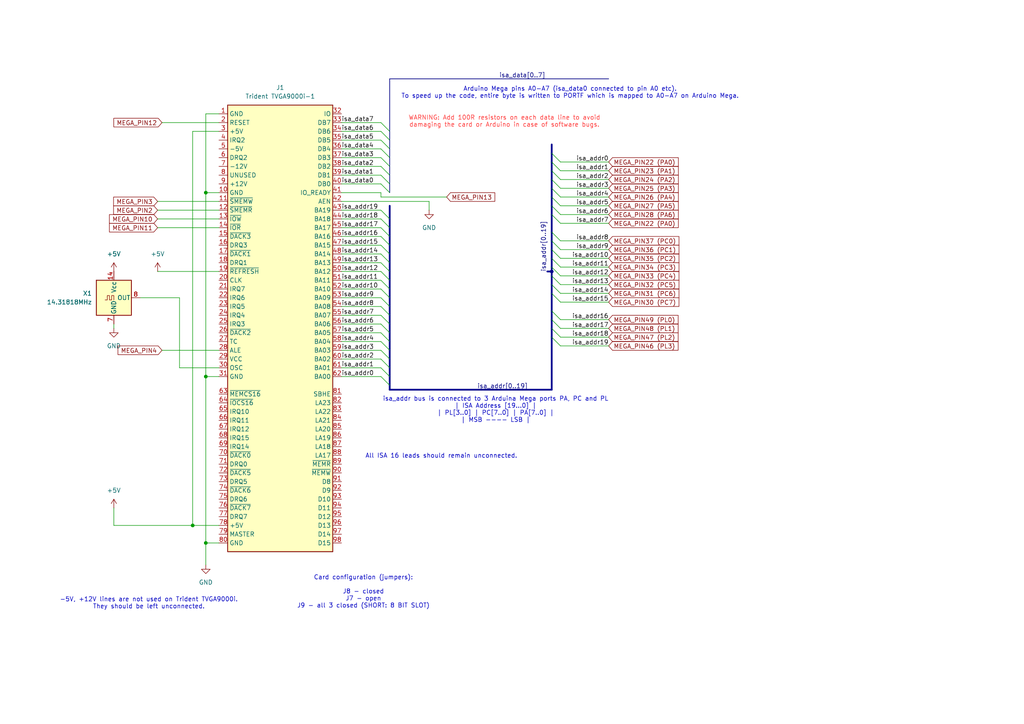
<source format=kicad_sch>
(kicad_sch (version 20231120) (generator "eeschema") (generator_version "8.0")
  (paper "A4")
  (lib_symbols
    (symbol "Connector:Bus_ISA_16bit"
      (property "Reference" "J" (at 0 67.945 0))
      (property "Value" "Bus_ISA_16bit" (at 0 -65.405 0))
      (symbol "Bus_ISA_16bit_0_1"
        (rectangle (start -15.24 -63.5) (end 15.24 66.04) (stroke (width 0.254)) (fill (type background)))
      )
      (symbol "Bus_ISA_16bit_1_1"
        (pin power_in line (at -17.78 63.5 0) (length 2.54) (name "GND") (number "1"))
        (pin power_in line (at -17.78 40.64 0) (length 2.54) (name "GND") (number "10"))
        (pin output line (at -17.78 38.1 0) (length 2.54) (name "~{SMEMW}") (number "11"))
        (pin output line (at -17.78 35.56 0) (length 2.54) (name "~{SMEMR}") (number "12"))
        (pin output line (at -17.78 33.02 0) (length 2.54) (name "~{IOW}") (number "13"))
        (pin output line (at -17.78 30.48 0) (length 2.54) (name "~{IOR}") (number "14"))
        (pin passive line (at -17.78 27.94 0) (length 2.54) (name "~{DACK3}") (number "15"))
        (pin passive line (at -17.78 25.4 0) (length 2.54) (name "DRQ3") (number "16"))
        (pin passive line (at -17.78 22.86 0) (length 2.54) (name "~{DACK1}") (number "17"))
        (pin passive line (at -17.78 20.32 0) (length 2.54) (name "DRQ1") (number "18"))
        (pin passive line (at -17.78 17.78 0) (length 2.54) (name "~{REFRESH}") (number "19"))
        (pin output line (at -17.78 60.96 0) (length 2.54) (name "RESET") (number "2"))
        (pin output line (at -17.78 15.24 0) (length 2.54) (name "CLK") (number "20"))
        (pin passive line (at -17.78 12.7 0) (length 2.54) (name "IRQ7") (number "21"))
        (pin passive line (at -17.78 10.16 0) (length 2.54) (name "IRQ6") (number "22"))
        (pin passive line (at -17.78 7.62 0) (length 2.54) (name "IRQ5") (number "23"))
        (pin passive line (at -17.78 5.08 0) (length 2.54) (name "IRQ4") (number "24"))
        (pin passive line (at -17.78 2.54 0) (length 2.54) (name "IRQ3") (number "25"))
        (pin passive line (at -17.78 0 0) (length 2.54) (name "~{DACK2}") (number "26"))
        (pin passive line (at -17.78 -2.54 0) (length 2.54) (name "TC") (number "27"))
        (pin output line (at -17.78 -5.08 0) (length 2.54) (name "ALE") (number "28"))
        (pin power_in line (at -17.78 -7.62 0) (length 2.54) (name "VCC") (number "29"))
        (pin power_in line (at -17.78 58.42 0) (length 2.54) (name "+5V") (number "3"))
        (pin output line (at -17.78 -10.16 0) (length 2.54) (name "OSC") (number "30"))
        (pin power_in line (at -17.78 -12.7 0) (length 2.54) (name "GND") (number "31"))
        (pin passive line (at 17.78 63.5 180) (length 2.54) (name "IO") (number "32"))
        (pin tri_state line (at 17.78 60.96 180) (length 2.54) (name "DB7") (number "33"))
        (pin tri_state line (at 17.78 58.42 180) (length 2.54) (name "DB6") (number "34"))
        (pin tri_state line (at 17.78 55.88 180) (length 2.54) (name "DB5") (number "35"))
        (pin tri_state line (at 17.78 53.34 180) (length 2.54) (name "DB4") (number "36"))
        (pin tri_state line (at 17.78 50.8 180) (length 2.54) (name "DB3") (number "37"))
        (pin tri_state line (at 17.78 48.26 180) (length 2.54) (name "DB2") (number "38"))
        (pin tri_state line (at 17.78 45.72 180) (length 2.54) (name "DB1") (number "39"))
        (pin passive line (at -17.78 55.88 0) (length 2.54) (name "IRQ2") (number "4"))
        (pin tri_state line (at 17.78 43.18 180) (length 2.54) (name "DB0") (number "40"))
        (pin passive line (at 17.78 40.64 180) (length 2.54) (name "IO_READY") (number "41"))
        (pin output line (at 17.78 38.1 180) (length 2.54) (name "AEN") (number "42"))
        (pin tri_state line (at 17.78 35.56 180) (length 2.54) (name "BA19") (number "43"))
        (pin tri_state line (at 17.78 33.02 180) (length 2.54) (name "BA18") (number "44"))
        (pin tri_state line (at 17.78 30.48 180) (length 2.54) (name "BA17") (number "45"))
        (pin tri_state line (at 17.78 27.94 180) (length 2.54) (name "BA16") (number "46"))
        (pin tri_state line (at 17.78 25.4 180) (length 2.54) (name "BA15") (number "47"))
        (pin tri_state line (at 17.78 22.86 180) (length 2.54) (name "BA14") (number "48"))
        (pin tri_state line (at 17.78 20.32 180) (length 2.54) (name "BA13") (number "49"))
        (pin power_in line (at -17.78 53.34 0) (length 2.54) (name "-5V") (number "5"))
        (pin tri_state line (at 17.78 17.78 180) (length 2.54) (name "BA12") (number "50"))
        (pin tri_state line (at 17.78 15.24 180) (length 2.54) (name "BA11") (number "51"))
        (pin tri_state line (at 17.78 12.7 180) (length 2.54) (name "BA10") (number "52"))
        (pin tri_state line (at 17.78 10.16 180) (length 2.54) (name "BA09") (number "53"))
        (pin tri_state line (at 17.78 7.62 180) (length 2.54) (name "BA08") (number "54"))
        (pin tri_state line (at 17.78 5.08 180) (length 2.54) (name "BA07") (number "55"))
        (pin tri_state line (at 17.78 2.54 180) (length 2.54) (name "BA06") (number "56"))
        (pin tri_state line (at 17.78 0 180) (length 2.54) (name "BA05") (number "57"))
        (pin tri_state line (at 17.78 -2.54 180) (length 2.54) (name "BA04") (number "58"))
        (pin tri_state line (at 17.78 -5.08 180) (length 2.54) (name "BA03") (number "59"))
        (pin passive line (at -17.78 50.8 0) (length 2.54) (name "DRQ2") (number "6"))
        (pin tri_state line (at 17.78 -7.62 180) (length 2.54) (name "BA02") (number "60"))
        (pin tri_state line (at 17.78 -10.16 180) (length 2.54) (name "BA01") (number "61"))
        (pin tri_state line (at 17.78 -12.7 180) (length 2.54) (name "BA00") (number "62"))
        (pin passive line (at -17.78 -17.78 0) (length 2.54) (name "~{MEMCS16}") (number "63"))
        (pin passive line (at -17.78 -20.32 0) (length 2.54) (name "~{IOCS16}") (number "64"))
        (pin passive line (at -17.78 -22.86 0) (length 2.54) (name "IRQ10") (number "65"))
        (pin passive line (at -17.78 -25.4 0) (length 2.54) (name "IRQ11") (number "66"))
        (pin passive line (at -17.78 -27.94 0) (length 2.54) (name "IRQ12") (number "67"))
        (pin passive line (at -17.78 -30.48 0) (length 2.54) (name "IRQ15") (number "68"))
        (pin passive line (at -17.78 -33.02 0) (length 2.54) (name "IRQ14") (number "69"))
        (pin power_in line (at -17.78 48.26 0) (length 2.54) (name "-12V") (number "7"))
        (pin output line (at -17.78 -35.56 0) (length 2.54) (name "~{DACK0}") (number "70"))
        (pin passive line (at -17.78 -38.1 0) (length 2.54) (name "DRQ0") (number "71"))
        (pin output line (at -17.78 -40.64 0) (length 2.54) (name "~{DACK5}") (number "72"))
        (pin passive line (at -17.78 -43.18 0) (length 2.54) (name "DRQ5") (number "73"))
        (pin output line (at -17.78 -45.72 0) (length 2.54) (name "~{DACK6}") (number "74"))
        (pin passive line (at -17.78 -48.26 0) (length 2.54) (name "DRQ6") (number "75"))
        (pin output line (at -17.78 -50.8 0) (length 2.54) (name "~{DACK7}") (number "76"))
        (pin passive line (at -17.78 -53.34 0) (length 2.54) (name "DRQ7") (number "77"))
        (pin power_in line (at -17.78 -55.88 0) (length 2.54) (name "+5V") (number "78"))
        (pin passive line (at -17.78 -58.42 0) (length 2.54) (name "MASTER") (number "79"))
        (pin passive line (at -17.78 45.72 0) (length 2.54) (name "UNUSED") (number "8"))
        (pin power_in line (at -17.78 -60.96 0) (length 2.54) (name "GND") (number "80"))
        (pin passive line (at 17.78 -17.78 180) (length 2.54) (name "SBHE") (number "81"))
        (pin passive line (at 17.78 -20.32 180) (length 2.54) (name "LA23") (number "82"))
        (pin passive line (at 17.78 -22.86 180) (length 2.54) (name "LA22") (number "83"))
        (pin passive line (at 17.78 -25.4 180) (length 2.54) (name "LA21") (number "84"))
        (pin passive line (at 17.78 -27.94 180) (length 2.54) (name "LA20") (number "85"))
        (pin passive line (at 17.78 -30.48 180) (length 2.54) (name "LA19") (number "86"))
        (pin passive line (at 17.78 -33.02 180) (length 2.54) (name "LA18") (number "87"))
        (pin passive line (at 17.78 -35.56 180) (length 2.54) (name "LA17") (number "88"))
        (pin output line (at 17.78 -38.1 180) (length 2.54) (name "~{MEMR}") (number "89"))
        (pin power_in line (at -17.78 43.18 0) (length 2.54) (name "+12V") (number "9"))
        (pin output line (at 17.78 -40.64 180) (length 2.54) (name "~{MEMW}") (number "90"))
        (pin tri_state line (at 17.78 -43.18 180) (length 2.54) (name "D8") (number "91"))
        (pin tri_state line (at 17.78 -45.72 180) (length 2.54) (name "D9") (number "92"))
        (pin tri_state line (at 17.78 -48.26 180) (length 2.54) (name "D10") (number "93"))
        (pin tri_state line (at 17.78 -50.8 180) (length 2.54) (name "D11") (number "94"))
        (pin tri_state line (at 17.78 -53.34 180) (length 2.54) (name "D12") (number "95"))
        (pin tri_state line (at 17.78 -55.88 180) (length 2.54) (name "D13") (number "96"))
        (pin tri_state line (at 17.78 -58.42 180) (length 2.54) (name "D14") (number "97"))
        (pin tri_state line (at 17.78 -60.96 180) (length 2.54) (name "D15") (number "98"))
      )
    )
    (symbol "Oscillator:ACO-xxxMHz" (pin_names (offset 0.254))
      (property "Reference" "X" (at -5.08 6.35 0))
      (property "Value" "ACO-xxxMHz" (at 1.27 -6.35 0))
      (symbol "ACO-xxxMHz_0_1"
        (rectangle (start -5.08 5.08) (end 5.08 -5.08) (stroke (width 0.254)) (fill (type background)))
        (polyline (pts (xy -2.54 -0.635) (xy -1.905 -0.635) (xy -1.905 0.635) (xy -1.27 0.635) (xy -1.27 -0.635) (xy -0.635 -0.635) (xy -0.635 0.635) (xy 0 0.635) (xy 0 -0.635)))
      )
      (symbol "ACO-xxxMHz_1_1"
        (pin no_connect line (at -5.08 2.54 0) (length 2.54) hide (name "NC") (number "1"))
        (pin power_in line (at 0 7.62 270) (length 2.54) (name "Vcc") (number "14"))
        (pin power_in line (at 0 -7.62 90) (length 2.54) (name "GND") (number "7"))
        (pin output line (at 7.62 0 180) (length 2.54) (name "OUT") (number "8"))
      )
    )
    (symbol "power:+5V" (power) (pin_numbers hide) (pin_names (offset 0) hide)
      (property "Value" "+5V" (at 0 3.556 0))
      (symbol "+5V_0_1"
        (polyline (pts (xy -0.762 1.27) (xy 0 2.54)))
        (polyline (pts (xy 0 0) (xy 0 2.54)))
        (polyline (pts (xy 0 2.54) (xy 0.762 1.27)))
      )
      (symbol "+5V_1_1"
        (pin power_in line (at 0 0 90) (length 0) (name "~") (number "1"))
      )
    )
    (symbol "power:GND" (power) (pin_numbers hide) (pin_names (offset 0) hide)
      (property "Value" "GND" (at 0 -3.81 0))
      (symbol "GND_0_1"
        (polyline (pts (xy 0 0) (xy 0 -1.27) (xy 1.27 -1.27) (xy 0 -2.54) (xy -1.27 -1.27) (xy 0 -1.27)))
      )
      (symbol "GND_1_1"
        (pin power_in line (at 0 0 270) (length 0) (name "~") (number "1"))
      )
    )
  )
  (junction (at 160.02 78.74))
  (junction (at 55.88 152.4))
  (junction (at 59.69 157.48))
  (junction (at 59.69 109.22))
  (junction (at 59.69 55.88))
  (bus_entry (at 113.03 109.22) (size -2.54 -2.54))
  (bus_entry (at 160.02 90.17) (size 2.54 2.54))
  (bus_entry (at 160.02 97.79) (size 2.54 2.54))
  (bus_entry (at 113.03 83.82) (size -2.54 -2.54))
  (bus_entry (at 113.03 55.88) (size -2.54 -2.54))
  (bus_entry (at 160.02 85.09) (size 2.54 2.54))
  (bus_entry (at 113.03 53.34) (size -2.54 -2.54))
  (bus_entry (at 160.02 77.47) (size 2.54 2.54))
  (bus_entry (at 160.02 52.07) (size 2.54 2.54))
  (bus_entry (at 113.03 45.72) (size -2.54 -2.54))
  (bus_entry (at 113.03 48.26) (size -2.54 -2.54))
  (bus_entry (at 160.02 67.31) (size 2.54 2.54))
  (bus_entry (at 160.02 74.93) (size 2.54 2.54))
  (bus_entry (at 113.03 96.52) (size -2.54 -2.54))
  (bus_entry (at 113.03 76.2) (size -2.54 -2.54))
  (bus_entry (at 160.02 44.45) (size 2.54 2.54))
  (bus_entry (at 160.02 49.53) (size 2.54 2.54))
  (bus_entry (at 113.03 101.6) (size -2.54 -2.54))
  (bus_entry (at 160.02 46.99) (size 2.54 2.54))
  (bus_entry (at 113.03 38.1) (size -2.54 -2.54))
  (bus_entry (at 160.02 54.61) (size 2.54 2.54))
  (bus_entry (at 113.03 43.18) (size -2.54 -2.54))
  (bus_entry (at 113.03 68.58) (size -2.54 -2.54))
  (bus_entry (at 160.02 57.15) (size 2.54 2.54))
  (bus_entry (at 113.03 106.68) (size -2.54 -2.54))
  (bus_entry (at 113.03 81.28) (size -2.54 -2.54))
  (bus_entry (at 160.02 72.39) (size 2.54 2.54))
  (bus_entry (at 113.03 71.12) (size -2.54 -2.54))
  (bus_entry (at 113.03 63.5) (size -2.54 -2.54))
  (bus_entry (at 160.02 95.25) (size 2.54 2.54))
  (bus_entry (at 113.03 111.76) (size -2.54 -2.54))
  (bus_entry (at 160.02 80.01) (size 2.54 2.54))
  (bus_entry (at 160.02 82.55) (size 2.54 2.54))
  (bus_entry (at 160.02 69.85) (size 2.54 2.54))
  (bus_entry (at 113.03 93.98) (size -2.54 -2.54))
  (bus_entry (at 113.03 86.36) (size -2.54 -2.54))
  (bus_entry (at 160.02 62.23) (size 2.54 2.54))
  (bus_entry (at 113.03 66.04) (size -2.54 -2.54))
  (bus_entry (at 113.03 88.9) (size -2.54 -2.54))
  (bus_entry (at 113.03 78.74) (size -2.54 -2.54))
  (bus_entry (at 160.02 59.69) (size 2.54 2.54))
  (bus_entry (at 113.03 73.66) (size -2.54 -2.54))
  (bus_entry (at 113.03 50.8) (size -2.54 -2.54))
  (bus_entry (at 113.03 104.14) (size -2.54 -2.54))
  (bus_entry (at 113.03 99.06) (size -2.54 -2.54))
  (bus_entry (at 160.02 92.71) (size 2.54 2.54))
  (bus_entry (at 113.03 40.64) (size -2.54 -2.54))
  (bus_entry (at 113.03 91.44) (size -2.54 -2.54))
  (bus (pts (xy 158.75 78.74) (xy 160.02 78.74)) (stroke (width 0.508)))
  (bus (pts (xy 160.02 80.01) (xy 160.02 82.55)) (stroke (width 0.508)))
  (bus (pts (xy 160.02 78.74) (xy 160.02 80.01)) (stroke (width 0.508)))
  (wire (pts (xy 99.06 63.5) (xy 110.49 63.5)))
  (bus (pts (xy 160.02 82.55) (xy 160.02 85.09)) (stroke (width 0.508)))
  (wire (pts (xy 99.06 104.14) (xy 110.49 104.14)))
  (bus (pts (xy 113.03 73.66) (xy 113.03 76.2)) (stroke (width 0.508)))
  (wire (pts (xy 45.72 66.04) (xy 63.5 66.04)))
  (bus (pts (xy 160.02 59.69) (xy 160.02 62.23)) (stroke (width 0.508)))
  (wire (pts (xy 99.06 40.64) (xy 110.49 40.64)))
  (wire (pts (xy 99.06 96.52) (xy 110.49 96.52)))
  (bus (pts (xy 160.02 72.39) (xy 160.02 74.93)) (stroke (width 0.508)))
  (bus (pts (xy 113.03 101.6) (xy 113.03 104.14)) (stroke (width 0.508)))
  (bus (pts (xy 160.02 92.71) (xy 160.02 95.25)) (stroke (width 0.508)))
  (bus (pts (xy 113.03 63.5) (xy 113.03 66.04)) (stroke (width 0.508)))
  (bus (pts (xy 113.03 88.9) (xy 113.03 91.44)) (stroke (width 0.508)))
  (wire (pts (xy 99.06 43.18) (xy 110.49 43.18)))
  (wire (pts (xy 162.56 46.99) (xy 176.53 46.99)))
  (wire (pts (xy 55.88 152.4) (xy 33.02 152.4)))
  (wire (pts (xy 99.06 86.36) (xy 110.49 86.36)))
  (bus (pts (xy 160.02 46.99) (xy 160.02 49.53)) (stroke (width 0.508)))
  (bus (pts (xy 113.03 93.98) (xy 113.03 96.52)) (stroke (width 0.508)))
  (bus (pts (xy 113.03 91.44) (xy 113.03 93.98)) (stroke (width 0.508)))
  (wire (pts (xy 162.56 49.53) (xy 176.53 49.53)))
  (bus (pts (xy 160.02 52.07) (xy 160.02 54.61)) (stroke (width 0.508)))
  (bus (pts (xy 160.02 54.61) (xy 160.02 57.15)) (stroke (width 0.508)))
  (bus (pts (xy 113.03 53.34) (xy 113.03 50.8)) (stroke (width 0.2032)))
  (bus (pts (xy 113.03 104.14) (xy 113.03 106.68)) (stroke (width 0.508)))
  (wire (pts (xy 33.02 93.98) (xy 33.02 95.25)))
  (wire (pts (xy 99.06 53.34) (xy 110.49 53.34)))
  (wire (pts (xy 99.06 101.6) (xy 110.49 101.6)))
  (wire (pts (xy 99.06 66.04) (xy 110.49 66.04)))
  (wire (pts (xy 99.06 60.96) (xy 110.49 60.96)))
  (wire (pts (xy 99.06 73.66) (xy 110.49 73.66)))
  (wire (pts (xy 59.69 157.48) (xy 59.69 109.22)))
  (wire (pts (xy 59.69 33.02) (xy 59.69 55.88)))
  (wire (pts (xy 99.06 35.56) (xy 110.49 35.56)))
  (bus (pts (xy 160.02 62.23) (xy 160.02 67.31)) (stroke (width 0.508)))
  (bus (pts (xy 160.02 85.09) (xy 160.02 90.17)) (stroke (width 0.508)))
  (wire (pts (xy 59.69 163.83) (xy 59.69 157.48)))
  (bus (pts (xy 113.03 76.2) (xy 113.03 78.74)) (stroke (width 0.508)))
  (bus (pts (xy 113.03 53.34) (xy 113.03 55.88)) (stroke (width 0.2032)))
  (bus (pts (xy 113.03 81.28) (xy 113.03 83.82)) (stroke (width 0.508)))
  (bus (pts (xy 113.03 109.22) (xy 113.03 111.76)) (stroke (width 0.508)))
  (wire (pts (xy 110.49 57.15) (xy 129.54 57.15)))
  (wire (pts (xy 45.72 63.5) (xy 63.5 63.5)))
  (wire (pts (xy 162.56 64.77) (xy 176.53 64.77)))
  (wire (pts (xy 99.06 109.22) (xy 110.49 109.22)))
  (wire (pts (xy 52.07 86.36) (xy 52.07 106.68)))
  (wire (pts (xy 124.46 58.42) (xy 124.46 60.96)))
  (bus (pts (xy 113.03 48.26) (xy 113.03 45.72)) (stroke (width 0.2032)))
  (wire (pts (xy 162.56 95.25) (xy 176.53 95.25)))
  (bus (pts (xy 113.03 66.04) (xy 113.03 68.58)) (stroke (width 0.508)))
  (bus (pts (xy 113.03 96.52) (xy 113.03 99.06)) (stroke (width 0.508)))
  (wire (pts (xy 99.06 93.98) (xy 110.49 93.98)))
  (wire (pts (xy 99.06 68.58) (xy 110.49 68.58)))
  (wire (pts (xy 55.88 152.4) (xy 63.5 152.4)))
  (wire (pts (xy 99.06 71.12) (xy 110.49 71.12)))
  (wire (pts (xy 162.56 57.15) (xy 176.53 57.15)))
  (wire (pts (xy 46.99 101.6) (xy 63.5 101.6)))
  (wire (pts (xy 162.56 97.79) (xy 176.53 97.79)))
  (wire (pts (xy 110.49 55.88) (xy 110.49 57.15)))
  (bus (pts (xy 113.03 113.03) (xy 113.03 111.76)) (stroke (width 0.508)))
  (wire (pts (xy 162.56 87.63) (xy 176.53 87.63)))
  (wire (pts (xy 59.69 55.88) (xy 59.69 109.22)))
  (wire (pts (xy 52.07 106.68) (xy 63.5 106.68)))
  (bus (pts (xy 160.02 67.31) (xy 160.02 69.85)) (stroke (width 0.508)))
  (bus (pts (xy 113.03 83.82) (xy 113.03 86.36)) (stroke (width 0.508)))
  (bus (pts (xy 113.03 40.64) (xy 113.03 38.1)) (stroke (width 0.2032)))
  (bus (pts (xy 113.03 38.1) (xy 113.03 22.86)) (stroke (width 0.2032)))
  (wire (pts (xy 162.56 69.85) (xy 176.53 69.85)))
  (wire (pts (xy 162.56 54.61) (xy 176.53 54.61)))
  (wire (pts (xy 162.56 52.07) (xy 176.53 52.07)))
  (bus (pts (xy 113.03 68.58) (xy 113.03 71.12)) (stroke (width 0.508)))
  (wire (pts (xy 162.56 59.69) (xy 176.53 59.69)))
  (bus (pts (xy 113.03 45.72) (xy 113.03 43.18)) (stroke (width 0.2032)))
  (wire (pts (xy 99.06 55.88) (xy 110.49 55.88)))
  (bus (pts (xy 160.02 95.25) (xy 160.02 97.79)) (stroke (width 0.508)))
  (bus (pts (xy 113.03 113.03) (xy 160.02 113.03)) (stroke (width 0.508)))
  (bus (pts (xy 160.02 49.53) (xy 160.02 52.07)) (stroke (width 0.508)))
  (bus (pts (xy 160.02 77.47) (xy 160.02 78.74)) (stroke (width 0.508)))
  (bus (pts (xy 160.02 74.93) (xy 160.02 77.47)) (stroke (width 0.508)))
  (wire (pts (xy 99.06 45.72) (xy 110.49 45.72)))
  (wire (pts (xy 162.56 72.39) (xy 176.53 72.39)))
  (bus (pts (xy 160.02 97.79) (xy 160.02 113.03)) (stroke (width 0.508)))
  (bus (pts (xy 113.03 86.36) (xy 113.03 88.9)) (stroke (width 0.508)))
  (bus (pts (xy 113.03 78.74) (xy 113.03 81.28)) (stroke (width 0.508)))
  (wire (pts (xy 59.69 157.48) (xy 63.5 157.48)))
  (wire (pts (xy 99.06 106.68) (xy 110.49 106.68)))
  (bus (pts (xy 113.03 106.68) (xy 113.03 109.22)) (stroke (width 0.508)))
  (wire (pts (xy 99.06 58.42) (xy 124.46 58.42)))
  (wire (pts (xy 99.06 91.44) (xy 110.49 91.44)))
  (bus (pts (xy 160.02 69.85) (xy 160.02 72.39)) (stroke (width 0.508)))
  (wire (pts (xy 45.72 78.74) (xy 63.5 78.74)))
  (wire (pts (xy 63.5 33.02) (xy 59.69 33.02)))
  (wire (pts (xy 55.88 38.1) (xy 55.88 152.4)))
  (wire (pts (xy 45.72 60.96) (xy 63.5 60.96)))
  (wire (pts (xy 162.56 77.47) (xy 176.53 77.47)))
  (wire (pts (xy 99.06 99.06) (xy 110.49 99.06)))
  (wire (pts (xy 162.56 92.71) (xy 176.53 92.71)))
  (wire (pts (xy 99.06 78.74) (xy 110.49 78.74)))
  (wire (pts (xy 162.56 62.23) (xy 176.53 62.23)))
  (bus (pts (xy 113.03 22.86) (xy 176.53 22.86)) (stroke (width 0.2032)))
  (bus (pts (xy 113.03 50.8) (xy 113.03 48.26)) (stroke (width 0.2032)))
  (bus (pts (xy 160.02 57.15) (xy 160.02 59.69)) (stroke (width 0.508)))
  (wire (pts (xy 99.06 81.28) (xy 110.49 81.28)))
  (wire (pts (xy 99.06 76.2) (xy 110.49 76.2)))
  (wire (pts (xy 63.5 38.1) (xy 55.88 38.1)))
  (wire (pts (xy 33.02 147.32) (xy 33.02 152.4)))
  (bus (pts (xy 113.03 59.69) (xy 113.03 63.5)) (stroke (width 0.508)))
  (bus (pts (xy 160.02 41.91) (xy 160.02 44.45)) (stroke (width 0.508)))
  (wire (pts (xy 162.56 80.01) (xy 176.53 80.01)))
  (wire (pts (xy 99.06 38.1) (xy 110.49 38.1)))
  (wire (pts (xy 162.56 74.93) (xy 176.53 74.93)))
  (wire (pts (xy 162.56 82.55) (xy 176.53 82.55)))
  (bus (pts (xy 160.02 90.17) (xy 160.02 92.71)) (stroke (width 0.508)))
  (wire (pts (xy 46.99 35.56) (xy 63.5 35.56)))
  (wire (pts (xy 162.56 85.09) (xy 176.53 85.09)))
  (bus (pts (xy 113.03 71.12) (xy 113.03 73.66)) (stroke (width 0.508)))
  (bus (pts (xy 160.02 44.45) (xy 160.02 46.99)) (stroke (width 0.508)))
  (wire (pts (xy 40.64 86.36) (xy 52.07 86.36)))
  (wire (pts (xy 99.06 48.26) (xy 110.49 48.26)))
  (wire (pts (xy 99.06 83.82) (xy 110.49 83.82)))
  (wire (pts (xy 99.06 50.8) (xy 110.49 50.8)))
  (bus (pts (xy 113.03 43.18) (xy 113.03 40.64)) (stroke (width 0.2032)))
  (wire (pts (xy 99.06 88.9) (xy 110.49 88.9)))
  (wire (pts (xy 45.72 58.42) (xy 63.5 58.42)))
  (wire (pts (xy 59.69 55.88) (xy 63.5 55.88)))
  (wire (pts (xy 162.56 100.33) (xy 176.53 100.33)))
  (bus (pts (xy 113.03 99.06) (xy 113.03 101.6)) (stroke (width 0.508)))
  (wire (pts (xy 59.69 109.22) (xy 63.5 109.22)))
  (text "isa_addr bus is connected to 3 Arduina Mega ports PA, PC and PL\n| ISA Address [19...0] |\n| PL[3..0] | PC[7..0] | PA[7..0] |\n| MSB ---- LSB |\n" (at 143.764 118.872 0) (effects (font (size 1.27 1.27))))
  (text "Card configuration (jumpers):\n\nJ8 - closed\nJ7 - open\nJ9 - all 3 closed (SHORT: 8 BIT SLOT)\n\n" (at 105.41 172.72 0) (effects (font (size 1.27 1.27))))
  (text "WARNING: Add 100R resistors on each data line to avoid\ndamaging the card or Arduino in case of software bugs." (at 146.304 35.306 0) (effects (font (size 1.27 1.27))))
  (text "All ISA 16 leads should remain unconnected." (at 128.016 132.334 0) (effects (font (size 1.27 1.27))))
  (text "-5V, +12V lines are not used on Trident TVGA9000i.\nThey should be left unconnected." (at 43.18 175.006 0) (effects (font (size 1.27 1.27))))
  (text "Arduino Mega pins A0-A7 (isa_data0 connected to pin A0 etc).\nTo speed up the code, entire byte is written to PORTF which is mapped to A0-A7 on Arduino Mega." (at 165.354 26.924 0) (effects (font (size 1.27 1.27))))
  (label "isa_addr5" (at 99.06 96.52 0))
  (label "isa_addr19" (at 99.06 60.96 0))
  (label "isa_addr2" (at 99.06 104.14 0))
  (label "isa_addr11" (at 99.06 81.28 0))
  (label "isa_addr17" (at 99.06 66.04 0))
  (label "isa_addr12" (at 176.53 80.01 180))
  (label "isa_addr11" (at 176.53 77.47 180))
  (label "isa_addr15" (at 99.06 71.12 0))
  (label "isa_addr14" (at 176.53 85.09 180))
  (label "isa_data4" (at 99.06 43.18 0))
  (label "isa_addr16" (at 176.53 92.71 180))
  (label "isa_addr10" (at 176.53 74.93 180))
  (label "isa_addr9" (at 176.53 72.39 180))
  (label "isa_addr8" (at 176.53 69.85 180))
  (label "isa_addr[0..19]" (at 138.43 113.03 0))
  (label "isa_addr2" (at 176.53 52.07 180))
  (label "isa_addr6" (at 176.53 62.23 180))
  (label "isa_addr13" (at 99.06 76.2 0))
  (label "isa_addr13" (at 176.53 82.55 180))
  (label "isa_data3" (at 99.06 45.72 0))
  (label "isa_addr9" (at 99.06 86.36 0))
  (label "isa_addr8" (at 99.06 88.9 0))
  (label "isa_addr19" (at 176.53 100.33 180))
  (label "isa_data2" (at 99.06 48.26 0))
  (label "isa_addr4" (at 176.53 57.15 180))
  (label "isa_data5" (at 99.06 40.64 0))
  (label "isa_addr10" (at 99.06 83.82 0))
  (label "isa_addr6" (at 99.06 93.98 0))
  (label "isa_addr1" (at 99.06 106.68 0))
  (label "isa_addr7" (at 99.06 91.44 0))
  (label "isa_addr[0..19]" (at 158.75 78.74 90))
  (label "isa_addr18" (at 99.06 63.5 0))
  (label "isa_addr1" (at 176.53 49.53 180))
  (label "isa_addr18" (at 176.53 97.79 180))
  (label "isa_data6" (at 99.06 38.1 0))
  (label "isa_data1" (at 99.06 50.8 0))
  (label "isa_data[0..7]" (at 144.78 22.86 0))
  (label "isa_addr5" (at 176.53 59.69 180))
  (label "isa_addr7" (at 176.53 64.77 180))
  (label "isa_addr0" (at 99.06 109.22 0))
  (label "isa_addr4" (at 99.06 99.06 0))
  (label "isa_addr12" (at 99.06 78.74 0))
  (label "isa_addr15" (at 176.53 87.63 180))
  (label "isa_addr0" (at 176.53 46.99 180))
  (label "isa_addr14" (at 99.06 73.66 0))
  (label "isa_addr3" (at 99.06 101.6 0))
  (label "isa_data0" (at 99.06 53.34 0))
  (label "isa_addr16" (at 99.06 68.58 0))
  (label "isa_addr3" (at 176.53 54.61 180))
  (label "isa_data7" (at 99.06 35.56 0))
  (label "isa_addr17" (at 176.53 95.25 180))
  (global_label "MEGA_PIN49 (PL0)" (shape input) (at 176.53 92.71 0) (property "Intersheetrefs" "${INTERSHEET_REFS}" (effects (hide yes))))
  (global_label "MEGA_PIN30 (PC7)" (shape input) (at 176.53 87.63 0) (property "Intersheetrefs" "${INTERSHEET_REFS}" (effects (hide yes))))
  (global_label "MEGA_PIN25 (PA3)" (shape input) (at 176.53 54.61 0) (property "Intersheetrefs" "${INTERSHEET_REFS}" (effects (hide yes))))
  (global_label "MEGA_PIN24 (PA2)" (shape input) (at 176.53 52.07 0) (property "Intersheetrefs" "${INTERSHEET_REFS}" (effects (hide yes))))
  (global_label "MEGA_PIN22 (PA0)" (shape input) (at 176.53 64.77 0) (property "Intersheetrefs" "${INTERSHEET_REFS}" (effects (hide yes))))
  (global_label "MEGA_PIN3" (shape input) (at 45.72 58.42 180) (property "Intersheetrefs" "${INTERSHEET_REFS}" (effects (hide yes))))
  (global_label "MEGA_PIN2" (shape input) (at 45.72 60.96 180) (property "Intersheetrefs" "${INTERSHEET_REFS}" (effects (hide yes))))
  (global_label "MEGA_PIN26 (PA4)" (shape input) (at 176.53 57.15 0) (property "Intersheetrefs" "${INTERSHEET_REFS}" (effects (hide yes))))
  (global_label "MEGA_PIN28 (PA6)" (shape input) (at 176.53 62.23 0) (property "Intersheetrefs" "${INTERSHEET_REFS}" (effects (hide yes))))
  (global_label "MEGA_PIN27 (PA5)" (shape input) (at 176.53 59.69 0) (property "Intersheetrefs" "${INTERSHEET_REFS}" (effects (hide yes))))
  (global_label "MEGA_PIN33 (PC4)" (shape input) (at 176.53 80.01 0) (property "Intersheetrefs" "${INTERSHEET_REFS}" (effects (hide yes))))
  (global_label "MEGA_PIN4" (shape input) (at 46.99 101.6 180) (property "Intersheetrefs" "${INTERSHEET_REFS}" (effects (hide yes))))
  (global_label "MEGA_PIN34 (PC3)" (shape input) (at 176.53 77.47 0) (property "Intersheetrefs" "${INTERSHEET_REFS}" (effects (hide yes))))
  (global_label "MEGA_PIN46 (PL3)" (shape input) (at 176.53 100.33 0) (property "Intersheetrefs" "${INTERSHEET_REFS}" (effects (hide yes))))
  (global_label "MEGA_PIN47 (PL2)" (shape input) (at 176.53 97.79 0) (property "Intersheetrefs" "${INTERSHEET_REFS}" (effects (hide yes))))
  (global_label "MEGA_PIN31 (PC6)" (shape input) (at 176.53 85.09 0) (property "Intersheetrefs" "${INTERSHEET_REFS}" (effects (hide yes))))
  (global_label "MEGA_PIN37 (PC0)" (shape input) (at 176.53 69.85 0) (property "Intersheetrefs" "${INTERSHEET_REFS}" (effects (hide yes))))
  (global_label "MEGA_PIN32 (PC5)" (shape input) (at 176.53 82.55 0) (property "Intersheetrefs" "${INTERSHEET_REFS}" (effects (hide yes))))
  (global_label "MEGA_PIN11" (shape input) (at 45.72 66.04 180) (property "Intersheetrefs" "${INTERSHEET_REFS}" (effects (hide yes))))
  (global_label "MEGA_PIN35 (PC2)" (shape input) (at 176.53 74.93 0) (property "Intersheetrefs" "${INTERSHEET_REFS}" (effects (hide yes))))
  (global_label "MEGA_PIN13" (shape input) (at 129.54 57.15 0) (property "Intersheetrefs" "${INTERSHEET_REFS}" (effects (hide yes))))
  (global_label "MEGA_PIN23 (PA1)" (shape input) (at 176.53 49.53 0) (property "Intersheetrefs" "${INTERSHEET_REFS}" (effects (hide yes))))
  (global_label "MEGA_PIN22 (PA0)" (shape input) (at 176.53 46.99 0) (property "Intersheetrefs" "${INTERSHEET_REFS}" (effects (hide yes))))
  (global_label "MEGA_PIN48 (PL1)" (shape input) (at 176.53 95.25 0) (property "Intersheetrefs" "${INTERSHEET_REFS}" (effects (hide yes))))
  (global_label "MEGA_PIN36 (PC1)" (shape input) (at 176.53 72.39 0) (property "Intersheetrefs" "${INTERSHEET_REFS}" (effects (hide yes))))
  (global_label "MEGA_PIN10" (shape input) (at 45.72 63.5 180) (property "Intersheetrefs" "${INTERSHEET_REFS}" (effects (hide yes))))
  (global_label "MEGA_PIN12" (shape input) (at 46.99 35.56 180) (property "Intersheetrefs" "${INTERSHEET_REFS}" (effects (hide yes))))
  (symbol (lib_id "Oscillator:ACO-xxxMHz") (at 33.02 86.36 0) (unit 1)
    (property "Reference" "X1" (at 26.67 85.0899 0) (effects (justify right)))
    (property "Value" "14.31818MHz" (at 26.67 87.6299 0) (effects (justify right)))
    (property "Footprint" "Oscillator:Oscillator_DIP-14" (effects (hide yes)))
    (property "Datasheet" "http://www.conwin.com/datasheets/cx/cx030.pdf" (effects (hide yes)))
    (property "Description" "HCMOS Crystal Clock Oscillator, DIP14-style metal package" (effects (hide yes)))
  )
  (symbol (lib_id "power:GND") (at 33.02 95.25 0) (unit 1)
    (property "Reference" "#PWR05" (effects (hide yes)))
    (property "Value" "GND" (at 33.02 100.33 0))
    (property "Description" "Power symbol creates a global label with name \"GND\" , ground" (effects (hide yes)))
  )
  (symbol (lib_id "power:+5V") (at 33.02 147.32 0) (unit 1)
    (property "Reference" "#PWR02" (effects (hide yes)))
    (property "Value" "+5V" (at 33.02 142.24 0))
    (property "Description" "Power symbol creates a global label with name \"+5V\"" (effects (hide yes)))
  )
  (symbol (lib_id "power:GND") (at 124.46 60.96 0) (unit 1)
    (property "Reference" "#PWR06" (effects (hide yes)))
    (property "Value" "GND" (at 124.46 66.04 0))
    (property "Description" "Power symbol creates a global label with name \"GND\" , ground" (effects (hide yes)))
  )
  (symbol (lib_id "power:+5V") (at 33.02 78.74 0) (unit 1)
    (property "Reference" "#PWR04" (effects (hide yes)))
    (property "Value" "+5V" (at 33.02 73.66 0))
    (property "Description" "Power symbol creates a global label with name \"+5V\"" (effects (hide yes)))
  )
  (symbol (lib_id "power:GND") (at 59.69 163.83 0) (unit 1)
    (property "Reference" "#PWR01" (effects (hide yes)))
    (property "Value" "GND" (at 59.69 168.91 0))
    (property "Description" "Power symbol creates a global label with name \"GND\" , ground" (effects (hide yes)))
  )
  (symbol (lib_id "Connector:Bus_ISA_16bit") (at 81.28 96.52 0) (unit 1)
    (property "Reference" "J1" (at 81.28 25.4 0))
    (property "Value" "Trident TVGA9000i-1" (at 81.28 27.94 0))
    (property "Datasheet" "https://en.wikipedia.org/wiki/Industry_Standard_Architecture" (effects (hide yes)))
    (property "Description" "16-bit ISA-AT bus connector" (effects (hide yes)))
  )
  (symbol (lib_id "power:+5V") (at 45.72 78.74 0) (unit 1)
    (property "Reference" "#PWR03" (effects (hide yes)))
    (property "Value" "+5V" (at 45.72 73.66 0))
    (property "Description" "Power symbol creates a global label with name \"+5V\"" (effects (hide yes)))
  )
)
</source>
